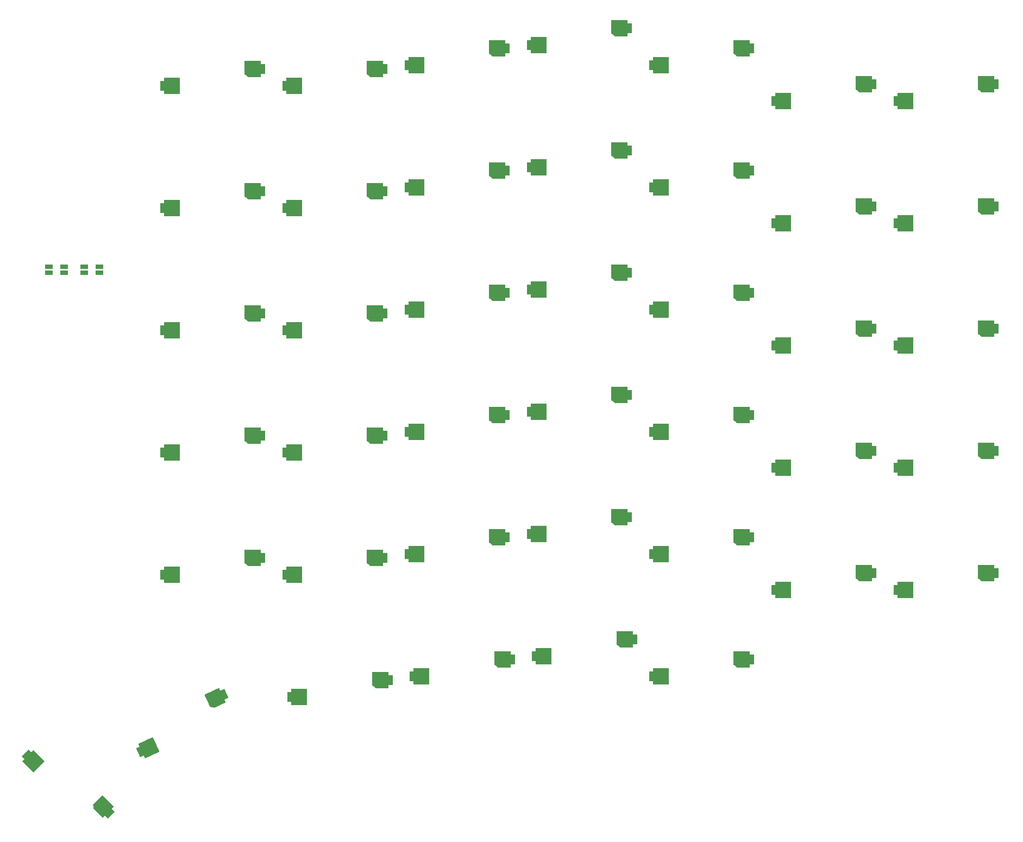
<source format=gbr>
%TF.GenerationSoftware,KiCad,Pcbnew,(6.0.1)*%
%TF.CreationDate,2022-02-14T18:22:42+08:00*%
%TF.ProjectId,Sofle_Extended,536f666c-655f-4457-9874-656e6465642e,rev?*%
%TF.SameCoordinates,Original*%
%TF.FileFunction,Paste,Bot*%
%TF.FilePolarity,Positive*%
%FSLAX46Y46*%
G04 Gerber Fmt 4.6, Leading zero omitted, Abs format (unit mm)*
G04 Created by KiCad (PCBNEW (6.0.1)) date 2022-02-14 18:22:42*
%MOMM*%
%LPD*%
G01*
G04 APERTURE LIST*
G04 Aperture macros list*
%AMFreePoly0*
4,1,17,2.735355,1.235355,2.750000,1.200000,2.750000,-1.200000,2.735355,-1.235355,2.700000,-1.250000,0.300001,-1.250000,0.264645,-1.235355,0.250000,-1.200000,0.250000,-0.750000,-0.349999,-0.750000,-0.349999,0.750000,0.250000,0.750000,0.250000,1.200000,0.264645,1.235355,0.300001,1.250000,2.700000,1.250000,2.735355,1.235355,2.735355,1.235355,$1*%
%AMFreePoly1*
4,1,24,-0.364645,1.235355,-0.350000,1.200001,-0.349999,0.750000,0.349999,0.750000,0.349999,-0.750000,-0.349999,-0.750000,-0.350000,-1.200001,-0.364645,-1.235355,-0.400000,-1.250000,-2.300000,-1.250000,-2.315318,-1.243655,-2.331235,-1.239043,-2.831234,-0.839043,-2.832649,-0.836476,-2.835355,-0.835355,-2.841697,-0.820044,-2.849694,-0.805522,-2.848878,-0.802708,-2.850000,-0.800000,-2.850000,1.200000,
-2.835355,1.235355,-2.800000,1.249999,-0.400000,1.250000,-0.364645,1.235355,-0.364645,1.235355,$1*%
G04 Aperture macros list end*
%ADD10FreePoly0,315.000000*%
%ADD11FreePoly1,315.000000*%
%ADD12FreePoly0,0.000000*%
%ADD13FreePoly1,0.000000*%
%ADD14FreePoly0,25.000000*%
%ADD15FreePoly1,25.000000*%
%ADD16R,1.143000X0.635000*%
G04 APERTURE END LIST*
D10*
%TO.C,SW41*%
X73544859Y-149384325D03*
D11*
X86484913Y-158647424D03*
%TD*%
D12*
%TO.C,SW3*%
X170887500Y-41950000D03*
D13*
X186587500Y-39350000D03*
%TD*%
D12*
%TO.C,SW37*%
X152631250Y-134025000D03*
D13*
X168331250Y-131425000D03*
%TD*%
D12*
%TO.C,SW31*%
X170887500Y-118150000D03*
D13*
X186587500Y-115550000D03*
%TD*%
D12*
%TO.C,SW13*%
X113737500Y-64175000D03*
D13*
X129437500Y-61575000D03*
%TD*%
D12*
%TO.C,SW1*%
X208987500Y-47506250D03*
D13*
X224687500Y-44906250D03*
%TD*%
D12*
%TO.C,SW21*%
X94687500Y-83225000D03*
D13*
X110387500Y-80625000D03*
%TD*%
D12*
%TO.C,SW4*%
X151837500Y-38775000D03*
D13*
X167537500Y-36175000D03*
%TD*%
D12*
%TO.C,SW33*%
X132787500Y-118150000D03*
D13*
X148487500Y-115550000D03*
%TD*%
D12*
%TO.C,SW14*%
X94687500Y-64175000D03*
D13*
X110387500Y-61575000D03*
%TD*%
D12*
%TO.C,SW17*%
X170887500Y-80050000D03*
D13*
X186587500Y-77450000D03*
%TD*%
D14*
%TO.C,SW40*%
X91252338Y-148963986D03*
D15*
X104382563Y-139972479D03*
%TD*%
D12*
%TO.C,SW20*%
X113737500Y-83225000D03*
D13*
X129437500Y-80625000D03*
%TD*%
D12*
%TO.C,SW32*%
X151837500Y-114975000D03*
D13*
X167537500Y-112375000D03*
%TD*%
D12*
%TO.C,SW11*%
X151837500Y-57825000D03*
D13*
X167537500Y-55225000D03*
%TD*%
D12*
%TO.C,SW22*%
X208987500Y-104656250D03*
D13*
X224687500Y-102056250D03*
%TD*%
D12*
%TO.C,SW9*%
X189937500Y-66556250D03*
D13*
X205637500Y-63956250D03*
%TD*%
D12*
%TO.C,SW15*%
X208987500Y-85606250D03*
D13*
X224687500Y-83006250D03*
%TD*%
D12*
%TO.C,SW19*%
X132787500Y-80050000D03*
D13*
X148487500Y-77450000D03*
%TD*%
D12*
%TO.C,SW16*%
X189937500Y-85606250D03*
D13*
X205637500Y-83006250D03*
%TD*%
D12*
%TO.C,SW23*%
X189937500Y-104656250D03*
D13*
X205637500Y-102056250D03*
%TD*%
D12*
%TO.C,SW39*%
X114531250Y-140375000D03*
D13*
X130231250Y-137775000D03*
%TD*%
D12*
%TO.C,SW36*%
X170887500Y-137200000D03*
D13*
X186587500Y-134600000D03*
%TD*%
D12*
%TO.C,SW18*%
X151837500Y-76875000D03*
D13*
X167537500Y-74275000D03*
%TD*%
D12*
%TO.C,SW24*%
X170887500Y-99100000D03*
D13*
X186587500Y-96500000D03*
%TD*%
D12*
%TO.C,SW28*%
X94687500Y-102275000D03*
D13*
X110387500Y-99675000D03*
%TD*%
D12*
%TO.C,SW5*%
X132787500Y-41950000D03*
D13*
X148487500Y-39350000D03*
%TD*%
D12*
%TO.C,SW35*%
X94687500Y-121325000D03*
D13*
X110387500Y-118725000D03*
%TD*%
D12*
%TO.C,SW30*%
X189937500Y-123706250D03*
D13*
X205637500Y-121106250D03*
%TD*%
D12*
%TO.C,SW29*%
X208987500Y-123706250D03*
D13*
X224687500Y-121106250D03*
%TD*%
D12*
%TO.C,SW10*%
X170887500Y-61000000D03*
D13*
X186587500Y-58400000D03*
%TD*%
D12*
%TO.C,SW12*%
X132787500Y-61000000D03*
D13*
X148487500Y-58400000D03*
%TD*%
D12*
%TO.C,SW2*%
X189937500Y-47506250D03*
D13*
X205637500Y-44906250D03*
%TD*%
D12*
%TO.C,SW8*%
X208987500Y-66556250D03*
D13*
X224687500Y-63956250D03*
%TD*%
D12*
%TO.C,SW38*%
X133581250Y-137200000D03*
D13*
X149281250Y-134600000D03*
%TD*%
D12*
%TO.C,SW6*%
X113737500Y-45125000D03*
D13*
X129437500Y-42525000D03*
%TD*%
D12*
%TO.C,SW34*%
X113737500Y-121325000D03*
D13*
X129437500Y-118725000D03*
%TD*%
D12*
%TO.C,SW7*%
X94687500Y-45125000D03*
D13*
X110387500Y-42525000D03*
%TD*%
D12*
%TO.C,SW25*%
X151837500Y-95925000D03*
D13*
X167537500Y-93325000D03*
%TD*%
D12*
%TO.C,SW26*%
X132787500Y-99100000D03*
D13*
X148487500Y-96500000D03*
%TD*%
D12*
%TO.C,SW27*%
X113737500Y-102275000D03*
D13*
X129437500Y-99675000D03*
%TD*%
D16*
%TO.C,JP7*%
X79375000Y-74319130D03*
X79375000Y-73318370D03*
%TD*%
%TO.C,JP8*%
X76993750Y-74319130D03*
X76993750Y-73318370D03*
%TD*%
%TO.C,JP5*%
X84931250Y-74319130D03*
X84931250Y-73318370D03*
%TD*%
%TO.C,JP6*%
X82550000Y-74319130D03*
X82550000Y-73318370D03*
%TD*%
M02*

</source>
